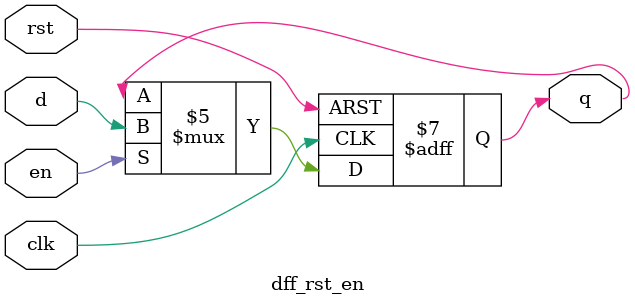
<source format=sv>
module dff_rst_en (
	output logic q,
	input logic d, 
	input logic clk,
	input logic rst,
	input logic en
);

always_ff @(posedge clk or negedge rst) begin
	if (!rst == 1'b1) begin
		q <= 1'b0;
	end
	else if (en == 1'b1) begin
		q <= d;
	end
end

endmodule
</source>
